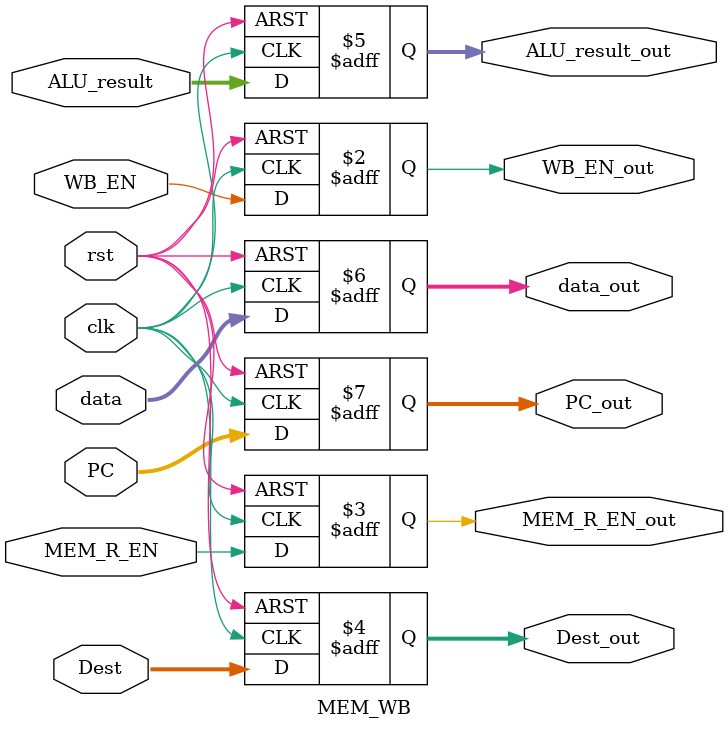
<source format=sv>
`timescale 1ns/1ns
module MEM_WB(
    input clk, rst,
    input [31:0] PC,
    input WB_EN, MEM_R_EN,
    input [31:0] ALU_result, data,
    input [3:0] Dest,
    
    output reg WB_EN_out, MEM_R_EN_out, 
    output reg [3:0] Dest_out,
    output reg [31:0] ALU_result_out, data_out, PC_out
);

always@(posedge clk, posedge rst)
  if (rst) begin
    {WB_EN_out, MEM_R_EN_out, Dest_out, ALU_result_out, data_out, PC_out} <= 0;
  end
  else begin
    WB_EN_out <= WB_EN;
    MEM_R_EN_out <= MEM_R_EN;
    Dest_out <= Dest;
    ALU_result_out <= ALU_result;
    data_out <= data;
    PC_out <= PC;
  end

endmodule



</source>
